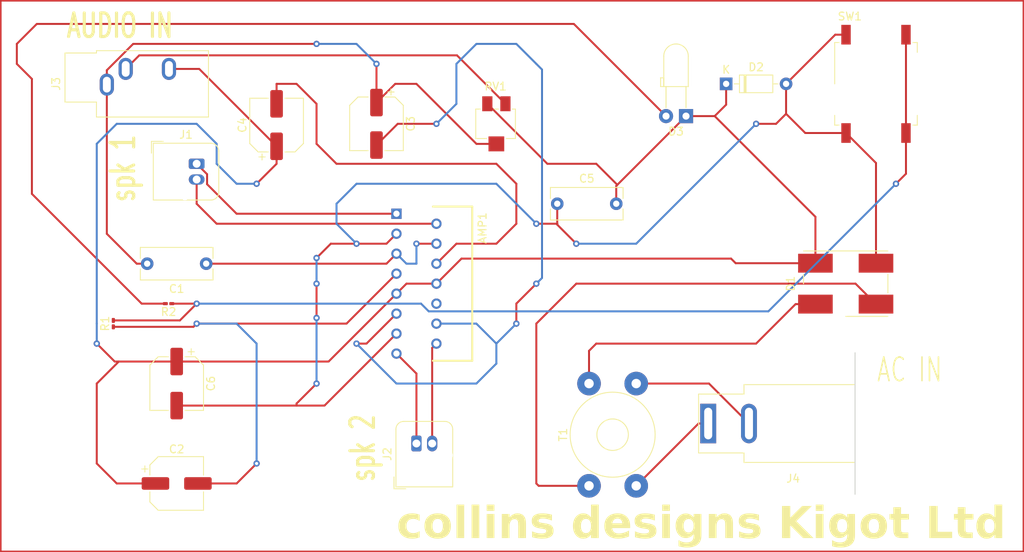
<source format=kicad_pcb>
(kicad_pcb (version 20221018) (generator pcbnew)
  (layers (0 "F.Cu" power) (31 "B.Cu" signal) (34 "B.Paste" user) (35 "F.Paste" user) (36 "B.SilkS" user "B.Silkscreen") (37 "F.SilkS" user "F.Silkscreen") (38 "B.Mask" user) (39 "F.Mask" user) (44 "Edge.Cuts" user))
  (net 0 "")
  (net 1 "Net-(T1-AA)")
  (net 2 "Net-(T1-AB)")
  (net 3 "Net-(D1--)")
  (net 4 "Net-(D1-+)")
  (net 5 "Net-(AMP1-OUT1)")
  (net 6 "key")
  (net 7 "Net-(AMP1-IN1)")
  (net 8 "Net-(AMP1-STANDBY)")
  (net 9 "GND")
  (net 10 "Net-(AMP1-IN3)")
  (net 11 "Net-(AMP1-OUT3)")
  (net 12 "Net-(AMP1-OUT2)")
  (net 13 "Net-(AMP1-SVR)")
  (net 15 "Net-(AMP1-OUT4)")
  (net 16 "Net-(R1-Pad2)")
  (net 17 "Net-(D3-A)")
  (net 18 "Net-(J3-PadT)")
  (net 19 "Net-(C1-Pad2)")
  (footprint "Potentiometer_SMD:Potentiometer_Bourns_3214X_Vertical" (layer "F.Cu") (at 127 40.64)
    (fp_text reference "RV1" (at -0.1 -4.75) (layer "F.SilkS"))
    (fp_text value "10K")
    (fp_line (start -2.62 -1.87) (end -2.62 1.87) (stroke (width 0.12)) (layer "F.SilkS"))
    (fp_line (start -2.62 -1.87) (end -2.039 -1.87) (stroke (width 0.12)) (layer "F.SilkS"))
    (fp_line (start -2.62 1.87) (end -1.24 1.87) (stroke (width 0.12)) (layer "F.SilkS"))
    (fp_line (start -0.26 -1.87) (end 0.26 -1.87) (stroke (width 0.12)) (layer "F.SilkS"))
    (fp_line (start 1.24 1.87) (end 2.42 1.87) (stroke (width 0.12)) (layer "F.SilkS"))
    (fp_line (start 2.04 -1.87) (end 2.42 -1.87) (stroke (width 0.12)) (layer "F.SilkS"))
    (fp_line (start 2.42 -1.87) (end 2.42 1.87) (stroke (width 0.12)) (layer "F.SilkS"))
    (pad "1" smd rect (at 1.15 -2.55) (size 1.3 1.9) (layers "F.Cu" "F.Paste" "F.Mask") (net 18 "Net-(J3-PadT)"))
    (pad "2" smd rect (at 0 2.55) (size 2 1.9) (layers "F.Cu" "F.Paste" "F.Mask") (net 19 "Net-(C1-Pad2)"))
    (pad "3" smd rect (at -1.15 -2.55) (size 1.3 1.9) (layers "F.Cu" "F.Paste" "F.Mask") (net 9 "GND"))
  )
  (footprint "Capacitor_THT:C_Rect_L9.0mm_W3.9mm_P7.50mm_MKT" (layer "F.Cu") (at 134.74 50.8)
    (fp_text reference "C5" (at 3.75 -3.2) (layer "F.SilkS"))
    (fp_text value "10nF")
    (fp_line (start -0.87 -2.07) (end -0.87 -0.665) (stroke (width 0.12)) (layer "F.SilkS"))
    (fp_line (start -0.87 -2.07) (end 8.37 -2.07) (stroke (width 0.12)) (layer "F.SilkS"))
    (fp_line (start -0.87 0.665) (end -0.87 2.07) (stroke (width 0.12)) (layer "F.SilkS"))
    (fp_line (start -0.87 2.07) (end 8.37 2.07) (stroke (width 0.12)) (layer "F.SilkS"))
    (fp_line (start 8.37 -2.07) (end 8.37 -0.665) (stroke (width 0.12)) (layer "F.SilkS"))
    (fp_line (start 8.37 0.665) (end 8.37 2.07) (stroke (width 0.12)) (layer "F.SilkS"))
    (pad "1" thru_hole circle (at 0 0) (size 1.6 1.6) (drill 0.8) (layers "*.Cu" "*.Mask") (net 6 "key"))
    (pad "2" thru_hole circle (at 7.5 0) (size 1.6 1.6) (drill 0.8) (layers "*.Cu" "*.Mask") (net 9 "GND"))
  )
  (footprint "Capacitor_SMD:CP_Elec_6.3x4.5" (layer "F.Cu") (at 86.36 86.36)
    (fp_text reference "C2" (at 0 -4.35) (layer "F.SilkS"))
    (fp_text value "10nF")
    (fp_line (start -4.4375 -1.8475) (end -3.65 -1.8475) (stroke (width 0.12)) (layer "F.SilkS"))
    (fp_line (start -4.04375 -2.24125) (end -4.04375 -1.45375) (stroke (width 0.12)) (layer "F.SilkS"))
    (fp_line (start -3.41 -2.345563) (end -3.41 -1.06) (stroke (width 0.12)) (layer "F.SilkS"))
    (fp_line (start -3.41 -2.345563) (end -2.345563 -3.41) (stroke (width 0.12)) (layer "F.SilkS"))
    (fp_line (start -3.41 2.345563) (end -3.41 1.06) (stroke (width 0.12)) (layer "F.SilkS"))
    (fp_line (start -3.41 2.345563) (end -2.345563 3.41) (stroke (width 0.12)) (layer "F.SilkS"))
    (fp_line (start -2.345563 -3.41) (end 3.41 -3.41) (stroke (width 0.12)) (layer "F.SilkS"))
    (fp_line (start -2.345563 3.41) (end 3.41 3.41) (stroke (width 0.12)) (layer "F.SilkS"))
    (fp_line (start 3.41 -3.41) (end 3.41 -1.06) (stroke (width 0.12)) (layer "F.SilkS"))
    (fp_line (start 3.41 3.41) (end 3.41 1.06) (stroke (width 0.12)) (layer "F.SilkS"))
    (pad "1" smd roundrect (at -2.7 0) (size 3.5 1.6) (layers "F.Cu" "F.Paste" "F.Mask") (roundrect_rratio 0.15625) (net 9 "GND"))
    (pad "2" smd roundrect (at 2.7 0) (size 3.5 1.6) (layers "F.Cu" "F.Paste" "F.Mask") (roundrect_rratio 0.15625) (net 8 "Net-(AMP1-STANDBY)"))
  )
  (footprint "LED_THT:LED_D3.0mm_Horizontal_O3.81mm_Z6.0mm" (layer "F.Cu") (at 151.11 39.66 180)
    (fp_text reference "D3" (at 1.27 -1.96) (layer "F.SilkS"))
    (fp_text value "LED")
    (fp_line (start -0.29 3.75) (end -0.29 7.61) (stroke (width 0.12)) (layer "F.SilkS"))
    (fp_line (start -0.29 3.75) (end 2.83 3.75) (stroke (width 0.12)) (layer "F.SilkS"))
    (fp_line (start 0 1.08) (end 0 1.08) (stroke (width 0.12)) (layer "F.SilkS"))
    (fp_line (start 0 1.08) (end 0 3.75) (stroke (width 0.12)) (layer "F.SilkS"))
    (fp_line (start 0 3.75) (end 0 1.08) (stroke (width 0.12)) (layer "F.SilkS"))
    (fp_line (start 0 3.75) (end 0 3.75) (stroke (width 0.12)) (layer "F.SilkS"))
    (fp_line (start 2.54 1.08) (end 2.54 1.08) (stroke (width 0.12)) (layer "F.SilkS"))
    (fp_line (start 2.54 1.08) (end 2.54 3.75) (stroke (width 0.12)) (layer "F.SilkS"))
    (fp_line (start 2.54 3.75) (end 2.54 1.08) (stroke (width 0.12)) (layer "F.SilkS"))
    (fp_line (start 2.54 3.75) (end 2.54 3.75) (stroke (width 0.12)) (layer "F.SilkS"))
    (fp_line (start 2.83 3.75) (end 2.83 7.61) (stroke (width 0.12)) (layer "F.SilkS"))
    (fp_line (start 2.83 3.75) (end 3.23 3.75) (stroke (width 0.12)) (layer "F.SilkS"))
    (fp_line (start 2.83 4.87) (end 2.83 3.75) (stroke (width 0.12)) (layer "F.SilkS"))
    (fp_line (start 3.23 3.75) (end 3.23 4.87) (stroke (width 0.12)) (layer "F.SilkS"))
    (fp_line (start 3.23 4.87) (end 2.83 4.87) (stroke (width 0.12)) (layer "F.SilkS"))
    (fp_arc (start 2.83 7.61) (mid 1.27 9.17) (end -0.29 7.61) (stroke (width 0.12)) (layer "F.SilkS"))
    (pad "1" thru_hole rect (at 0 0 180) (size 1.8 1.8) (drill 0.9) (layers "*.Cu" "*.Mask") (net 9 "GND"))
    (pad "2" thru_hole circle (at 2.54 0 180) (size 1.8 1.8) (drill 0.9) (layers "*.Cu" "*.Mask") (net 17 "Net-(D3-A)"))
  )
  (footprint "Button_Switch_SMD:SW_MEC_5GSH9" (layer "F.Cu") (at 175.26 35.56)
    (fp_text reference "SW1" (at -3.325 -8.575 180) (layer "F.SilkS"))
    (fp_text value "SW_MEC_5G")
    (fp_line (start -5.25 -5.25) (end -5.25 0) (stroke (width 0.12)) (layer "F.SilkS"))
    (fp_line (start -5.25 5.25) (end -5.25 4) (stroke (width 0.12)) (layer "F.SilkS"))
    (fp_line (start -4.7 -5.25) (end -5.25 -5.25) (stroke (width 0.12)) (layer "F.SilkS"))
    (fp_line (start -4.7 5.25) (end -5.25 5.25) (stroke (width 0.12)) (layer "F.SilkS"))
    (fp_line (start 4.7 -5.25) (end 5.25 -5.25) (stroke (width 0.12)) (layer "F.SilkS"))
    (fp_line (start 4.7 5.25) (end 5.25 5.25) (stroke (width 0.12)) (layer "F.SilkS"))
    (fp_line (start 5.25 -5.25) (end 5.25 -4) (stroke (width 0.12)) (layer "F.SilkS"))
    (fp_line (start 5.25 5.25) (end 5.25 4) (stroke (width 0.12)) (layer "F.SilkS"))
    (pad "1" smd rect (at -3.81 -6.25 90) (size 2.5 1.2) (layers "F.Cu" "F.Paste" "F.Mask") (net 6 "key"))
    (pad "2" smd rect (at -3.81 6.25 90) (size 2.5 1.2) (layers "F.Cu" "F.Paste" "F.Mask") (net 6 "key"))
    (pad "3" smd rect (at 3.81 -6.25 90) (size 2.5 1.2) (layers "F.Cu" "F.Paste" "F.Mask") (net 16 "Net-(R1-Pad2)"))
    (pad "4" smd rect (at 3.81 6.25 90) (size 2.5 1.2) (layers "F.Cu" "F.Paste" "F.Mask") (net 16 "Net-(R1-Pad2)"))
  )
  (footprint "Diode_SMD:Diode_Bridge_Bourns_CD-DF4xxS" (layer "F.Cu") (at 171.41 60.96 90)
    (fp_text reference "D1" (at 0 -7 90) (layer "F.SilkS"))
    (fp_text value "D_Bridge_+-AA")
    (fp_line (start -4.16 0) (end -4.16 5.36) (stroke (width 0.12)) (layer "F.SilkS"))
    (fp_line (start -1.2 5.36) (end 1.2 5.36) (stroke (width 0.12)) (layer "F.SilkS"))
    (fp_line (start 0 -5.36) (end 1.2 -5.36) (stroke (width 0.12)) (layer "F.SilkS"))
    (fp_line (start 4.16 -5.36) (end 4.16 5.36) (stroke (width 0.12)) (layer "F.SilkS"))
    (pad "1" smd rect (at -2.6 -3.85 90) (size 2.4 4.4) (layers "F.Cu" "F.Paste" "F.Mask") (net 4 "Net-(D1-+)"))
    (pad "2" smd rect (at -2.6 3.85 90) (size 2.4 4.4) (layers "F.Cu" "F.Paste" "F.Mask") (net 3 "Net-(D1--)"))
    (pad "3" smd rect (at 2.6 3.85 90) (size 2.4 4.4) (layers "F.Cu" "F.Paste" "F.Mask") (net 6 "key"))
    (pad "4" smd rect (at 2.6 -3.85 90) (size 2.4 4.4) (layers "F.Cu" "F.Paste" "F.Mask") (net 9 "GND"))
  )
  (footprint "Connector_JST:JST_JWPF_B02B-JWPF-SK-R_1x02_P2.00mm_Vertical" (layer "F.Cu") (at 116.84 81.28 90)
    (fp_text reference "J2" (at -1.35 -3.7 90) (layer "F.SilkS"))
    (fp_text value "Screw_Terminal_01x02")
    (fp_line (start -5.75 -2.85) (end -4.25 -2.85) (stroke (width 0.12)) (layer "F.SilkS"))
    (fp_line (start -5.75 -1.35) (end -5.75 -2.85) (stroke (width 0.12)) (layer "F.SilkS"))
    (fp_line (start -5.51 -2.61) (end -5.51 4.61) (stroke (width 0.12)) (layer "F.SilkS"))
    (fp_line (start -5.51 4.61) (end 1.81 4.61) (stroke (width 0.12)) (layer "F.SilkS"))
    (fp_line (start 1.81 -2.61) (end -5.51 -2.61) (stroke (width 0.12)) (layer "F.SilkS"))
    (fp_line (start 2.81 -1.61) (end 2.81 3.61) (stroke (width 0.12)) (layer "F.SilkS"))
    (fp_arc (start 1.81 -2.61) (mid 2.517107 -2.317107) (end 2.81 -1.61) (stroke (width 0.12)) (layer "F.SilkS"))
    (fp_arc (start 2.81 3.61) (mid 2.517107 4.317107) (end 1.81 4.61) (stroke (width 0.12)) (layer "F.SilkS"))
    (pad "" np_thru_hole circle (at -1.5 4.05 90) (size 1.15 1.15) (drill 1.15) (layers "*.Cu" "*.Mask"))
    (pad "1" thru_hole roundrect (at 0 0 90) (size 2 1.3) (drill 1) (layers "*.Cu" "*.Mask") (roundrect_rratio 0.1923076923) (net 11 "Net-(AMP1-OUT3)"))
    (pad "2" thru_hole oval (at 0 2 90) (size 2 1.3) (drill 1) (layers "*.Cu" "*.Mask") (net 15 "Net-(AMP1-OUT4)"))
  )
  (footprint "Resistor_SMD:R_0201_0603Metric_Pad0.64x0.40mm_HandSolder" (layer "F.Cu") (at 78.3075 66.04 90)
    (fp_text reference "R1" (at 0 -1.05 90) (layer "F.SilkS"))
    (fp_text value "10K")
    (pad "1" smd roundrect (at -0.4075 0 90) (size 0.635 0.4) (layers "F.Cu" "F.Mask") (net 8 "Net-(AMP1-STANDBY)"))
    (pad "2" smd roundrect (at 0.4075 0 90) (size 0.635 0.4) (layers "F.Cu" "F.Mask") (net 16 "Net-(R1-Pad2)"))
  )
  (footprint "Diode_THT:D_DO-35_SOD27_P7.62mm_Horizontal" (layer "F.Cu") (at 156.21 35.56)
    (fp_text reference "D2" (at 3.81 -2.12) (layer "F.SilkS"))
    (fp_text value "1N914")
    (fp_text user "K" (at 0 -1.8) (layer "F.SilkS"))
    (fp_line (start 1.04 0) (end 1.69 0) (stroke (width 0.12)) (layer "F.SilkS"))
    (fp_line (start 1.69 -1.12) (end 1.69 1.12) (stroke (width 0.12)) (layer "F.SilkS"))
    (fp_line (start 1.69 1.12) (end 5.93 1.12) (stroke (width 0.12)) (layer "F.SilkS"))
    (fp_line (start 2.29 -1.12) (end 2.29 1.12) (stroke (width 0.12)) (layer "F.SilkS"))
    (fp_line (start 2.41 -1.12) (end 2.41 1.12) (stroke (width 0.12)) (layer "F.SilkS"))
    (fp_line (start 2.53 -1.12) (end 2.53 1.12) (stroke (width 0.12)) (layer "F.SilkS"))
    (fp_line (start 5.93 -1.12) (end 1.69 -1.12) (stroke (width 0.12)) (layer "F.SilkS"))
    (fp_line (start 5.93 1.12) (end 5.93 -1.12) (stroke (width 0.12)) (layer "F.SilkS"))
    (fp_line (start 6.58 0) (end 5.93 0) (stroke (width 0.12)) (layer "F.SilkS"))
    (pad "1" thru_hole rect (at 0 0) (size 1.6 1.6) (drill 0.8) (layers "*.Cu" "*.Mask") (net 9 "GND"))
    (pad "2" thru_hole oval (at 7.62 0) (size 1.6 1.6) (drill 0.8) (layers "*.Cu" "*.Mask") (net 6 "key"))
  )
  (footprint "Connector_Audio:Jack_3.5mm_CUI_SJ1-3533NG_Horizontal" (layer "F.Cu") (at 77.48 35.66 90)
    (fp_text reference "J3" (at 0.1 -6.45 90) (layer "F.SilkS"))
    (fp_text value "AudioJack2_Ground")
    (fp_line (start -4.12 -1.32) (end -2.22 -1.32) (stroke (width 0.12)) (layer "F.SilkS"))
    (fp_line (start -4.12 12.92) (end -4.12 -1.32) (stroke (width 0.12)) (layer "F.SilkS"))
    (fp_line (start -2.22 -5.32) (end 4.02 -5.32) (stroke (width 0.12)) (layer "F.SilkS"))
    (fp_line (start -2.22 -1.32) (end -2.22 -5.32) (stroke (width 0.12)) (layer "F.SilkS"))
    (fp_line (start 4.02 -5.32) (end 4.02 -1.32) (stroke (width 0.12)) (layer "F.SilkS"))
    (fp_line (start 4.02 -1.32) (end 4.32 -1.32) (stroke (width 0.12)) (layer "F.SilkS"))
    (fp_line (start 4.32 -1.32) (end 4.32 12.92) (stroke (width 0.12)) (layer "F.SilkS"))
    (fp_line (start 4.32 12.92) (end -4.12 12.92) (stroke (width 0.12)) (layer "F.SilkS"))
    (pad "R" thru_hole oval (at 2 7.9 90) (size 2.8 1.8) (drill oval 2 1) (layers "*.Cu" "*.Mask") (net 9 "GND"))
    (pad "S" thru_hole oval (at 0 0 90) (size 2.8 1.8) (drill oval 2 1) (layers "*.Cu" "*.Mask") (net 19 "Net-(C1-Pad2)"))
    (pad "T" thru_hole oval (at 2 2.4 90) (size 2.8 1.8) (drill oval 2 1) (layers "*.Cu" "*.Mask") (net 18 "Net-(J3-PadT)"))
  )
  (footprint "Connector_JST:JST_JWPF_B02B-JWPF-SK-R_1x02_P2.00mm_Vertical" (layer "F.Cu") (at 88.9 45.72)
    (fp_text reference "J1" (at -1.35 -3.7) (layer "F.SilkS"))
    (fp_text value "Screw_Terminal_01x02")
    (fp_line (start -5.75 -2.85) (end -4.25 -2.85) (stroke (width 0.12)) (layer "F.SilkS"))
    (fp_line (start -5.75 -1.35) (end -5.75 -2.85) (stroke (width 0.12)) (layer "F.SilkS"))
    (fp_line (start -5.51 -2.61) (end -5.51 4.61) (stroke (width 0.12)) (layer "F.SilkS"))
    (fp_line (start -5.51 4.61) (end 1.81 4.61) (stroke (width 0.12)) (layer "F.SilkS"))
    (fp_line (start 1.81 -2.61) (end -5.51 -2.61) (stroke (width 0.12)) (layer "F.SilkS"))
    (fp_line (start 2.81 -1.61) (end 2.81 3.61) (stroke (width 0.12)) (layer "F.SilkS"))
    (fp_arc (start 1.81 -2.61) (mid 2.517107 -2.317107) (end 2.81 -1.61) (stroke (width 0.12)) (layer "F.SilkS"))
    (fp_arc (start 2.81 3.61) (mid 2.517107 4.317107) (end 1.81 4.61) (stroke (width 0.12)) (layer "F.SilkS"))
    (pad "" np_thru_hole circle (at -1.5 4.05) (size 1.15 1.15) (drill 1.15) (layers "*.Cu" "*.Mask"))
    (pad "1" thru_hole roundrect (at 0 0) (size 2 1.3) (drill 1) (layers "*.Cu" "*.Mask") (roundrect_rratio 0.1923076923) (net 5 "Net-(AMP1-OUT1)"))
    (pad "2" thru_hole oval (at 0 2) (size 2 1.3) (drill 1) (layers "*.Cu" "*.Mask") (net 12 "Net-(AMP1-OUT2)"))
  )
  (footprint "Capacitor_THT:C_Rect_L9.0mm_W3.9mm_P7.50mm_MKT" (layer "F.Cu") (at 90.11 58.42 180)
    (fp_text reference "C1" (at 3.75 -3.2) (layer "F.SilkS"))
    (fp_text value "50nF")
    (fp_line (start -0.87 -2.07) (end -0.87 -0.665) (stroke (width 0.12)) (layer "F.SilkS"))
    (fp_line (start -0.87 -2.07) (end 8.37 -2.07) (stroke (width 0.12)) (layer "F.SilkS"))
    (fp_line (start -0.87 0.665) (end -0.87 2.07) (stroke (width 0.12)) (layer "F.SilkS"))
    (fp_line (start -0.87 2.07) (end 8.37 2.07) (stroke (width 0.12)) (layer "F.SilkS"))
    (fp_line (start 8.37 -2.07) (end 8.37 -0.665) (stroke (width 0.12)) (layer "F.SilkS"))
    (fp_line (start 8.37 0.665) (end 8.37 2.07) (stroke (width 0.12)) (layer "F.SilkS"))
    (pad "1" thru_hole circle (at 0 0 180) (size 1.6 1.6) (drill 0.8) (layers "*.Cu" "*.Mask") (net 7 "Net-(AMP1-IN1)"))
    (pad "2" thru_hole circle (at 7.5 0 180) (size 1.6 1.6) (drill 0.8) (layers "*.Cu" "*.Mask") (net 19 "Net-(C1-Pad2)"))
  )
  (footprint "Capacitor_SMD:CP_Elec_6.3x4.5" (layer "F.Cu") (at 111.76 40.64 -90)
    (fp_text reference "C3" (at 0 -4.35 90) (layer "F.SilkS"))
    (fp_text value "50nF")
    (fp_line (start -4.4375 -1.8475) (end -3.65 -1.8475) (stroke (width 0.12)) (layer "F.SilkS"))
    (fp_line (start -4.04375 -2.24125) (end -4.04375 -1.45375) (stroke (width 0.12)) (layer "F.SilkS"))
    (fp_line (start -3.41 -2.345563) (end -3.41 -1.06) (stroke (width 0.12)) (layer "F.SilkS"))
    (fp_line (start -3.41 -2.345563) (end -2.345563 -3.41) (stroke (width 0.12)) (layer "F.SilkS"))
    (fp_line (start -3.41 2.345563) (end -3.41 1.06) (stroke (width 0.12)) (layer "F.SilkS"))
    (fp_line (start -3.41 2.345563) (end -2.345563 3.41) (stroke (width 0.12)) (layer "F.SilkS"))
    (fp_line (start -2.345563 -3.41) (end 3.41 -3.41) (stroke (width 0.12)) (layer "F.SilkS"))
    (fp_line (start -2.345563 3.41) (end 3.41 3.41) (stroke (width 0.12)) (layer "F.SilkS"))
    (fp_line (start 3.41 -3.41) (end 3.41 -1.06) (stroke (width 0.12)) (layer "F.SilkS"))
    (fp_line (start 3.41 3.41) (end 3.41 1.06) (stroke (width 0.12)) (layer "F.SilkS"))
    (pad "1" smd roundrect (at -2.7 0 270) (size 3.5 1.6) (layers "F.Cu" "F.Paste" "F.Mask") (roundrect_rratio 0.15625) (net 19 "Net-(C1-Pad2)"))
    (pad "2" smd roundrect (at 2.7 0 270) (size 3.5 1.6) (layers "F.Cu" "F.Paste" "F.Mask") (roundrect_rratio 0.15625) (net 10 "Net-(AMP1-IN3)"))
  )
  (footprint "Connector_BarrelJack:BarrelJack_SwitchcraftConxall_RAPC10U_Horizontal" (layer "F.Cu") (at 153.93 78.74 180)
    (fp_text reference "J4" (at -10.8 -7) (layer "F.SilkS"))
    (fp_text value "Jack-DC")
    (fp_line (start -18.55 4.945) (end -4.55 4.945) (stroke (width 0.12)) (layer "F.SilkS"))
    (fp_line (start -4.55 -4.945) (end -18.55 -4.945) (stroke (width 0.12)) (layer "F.SilkS"))
    (fp_line (start -4.55 -3.74) (end -4.55 -4.945) (stroke (width 0.12)) (layer "F.SilkS"))
    (fp_line (start -4.55 3.74) (end 1.22 3.74) (stroke (width 0.12)) (layer "F.SilkS"))
    (fp_line (start -4.55 4.945) (end -4.55 3.74) (stroke (width 0.12)) (layer "F.SilkS"))
    (fp_line (start 1.22 -3.74) (end -4.55 -3.74) (stroke (width 0.12)) (layer "F.SilkS"))
    (fp_line (start 1.22 3.74) (end 1.22 -3.74) (stroke (width 0.12)) (layer "F.SilkS"))
    (fp_line (start -18.67 -9) (end -18.67 9) (stroke (width 0.12)) (layer "Edge.Cuts"))
    (pad "1" thru_hole rect (at 0 0 180) (size 2.02 5.02) (drill oval 1.02 4.02) (layers "*.Cu" "*.Mask") (net 1 "Net-(T1-AA)"))
    (pad "2" thru_hole oval (at -5.18 0 180) (size 2.02 5.02) (drill oval 1.02 4.02) (layers "*.Cu" "*.Mask") (net 2 "Net-(T1-AB)"))
  )
  (footprint "Capacitor_SMD:CP_Elec_6.3x5.4" (layer "F.Cu") (at 86.36 73.66 -90)
    (fp_text reference "C6" (at 0 -4.35 90) (layer "F.SilkS"))
    (fp_text value "1000uF")
    (fp_line (start -4.4375 -1.8475) (end -3.65 -1.8475) (stroke (width 0.12)) (layer "F.SilkS"))
    (fp_line (start -4.04375 -2.24125) (end -4.04375 -1.45375) (stroke (width 0.12)) (layer "F.SilkS"))
    (fp_line (start -3.41 -2.345563) (end -3.41 -1.06) (stroke (width 0.12)) (layer "F.SilkS"))
    (fp_line (start -3.41 -2.345563) (end -2.345563 -3.41) (stroke (width 0.12)) (layer "F.SilkS"))
    (fp_line (start -3.41 2.345563) (end -3.41 1.06) (stroke (width 0.12)) (layer "F.SilkS"))
    (fp_line (start -3.41 2.345563) (end -2.345563 3.41) (stroke (width 0.12)) (layer "F.SilkS"))
    (fp_line (start -2.345563 -3.41) (end 3.41 -3.41) (stroke (width 0.12)) (layer "F.SilkS"))
    (fp_line (start -2.345563 3.41) (end 3.41 3.41) (stroke (width 0.12)) (layer "F.SilkS"))
    (fp_line (start 3.41 -3.41) (end 3.41 -1.06) (stroke (width 0.12)) (layer "F.SilkS"))
    (fp_line (start 3.41 3.41) (end 3.41 1.06) (stroke (width 0.12)) (layer "F.SilkS"))
    (pad "1" smd roundrect (at -2.8 0 270) (size 3.5 1.6) (layers "F.Cu" "F.Paste" "F.Mask") (roundrect_rratio 0.15625) (net 9 "GND"))
    (pad "2" smd roundrect (at 2.8 0 270) (size 3.5 1.6) (layers "F.Cu" "F.Paste" "F.Mask") (roundrect_rratio 0.15625) (net 6 "key"))
  )
  (footprint "TDA7377_2:AMP_TDA7377" (layer "F.Cu") (at 116.84 60.96 -90)
    (fp_text reference "AMP1" (at -7.078925 -8.389665 90) (layer "F.SilkS") (effects (font (size 1.000559 1.000559))))
    (fp_text value "TDA7377")
    (fp_line (start -9.8 -7.09) (end -9.8 -2.09) (stroke (width 0.254)) (layer "F.SilkS"))
    (fp_line (start 9.8 -7.09) (end -9.8 -7.09) (stroke (width 0.254)) (layer "F.SilkS"))
    (fp_line (start 9.8 -2.09) (end 9.8 -7.09) (stroke (width 0.254)) (layer "F.SilkS"))
    (pad "1" thru_hole rect (at -8.89 2.54 270) (size 1.308 1.308) (drill 0.8) (layers "*.Cu" "*.Mask") (net 5 "Net-(AMP1-OUT1)"))
    (pad "2" thru_hole circle (at -7.62 -2.54 270) (size 1.308 1.308) (drill 0.8) (layers "*.Cu" "*.Mask") (net 12 "Net-(AMP1-OUT2)"))
    (pad "3" thru_hole circle (at -6.35 2.54 270) (size 1.308 1.308) (drill 0.8) (layers "*.Cu" "*.Mask") (net 6 "key"))
    (pad "4" thru_hole circle (at -5.08 -2.54 270) (size 1.308 1.308) (drill 0.8) (layers "*.Cu" "*.Mask") (net 7 "Net-(AMP1-IN1)"))
    (pad "5" thru_hole circle (at -3.81 2.54 270) (size 1.308 1.308) (drill 0.8) (layers "*.Cu" "*.Mask") (net 7 "Net-(AMP1-IN1)"))
    (pad "6" thru_hole circle (at -2.54 -2.54 270) (size 1.308 1.308) (drill 0.8) (layers "*.Cu" "*.Mask") (net 13 "Net-(AMP1-SVR)"))
    (pad "7" thru_hole circle (at -1.27 2.54 270) (size 1.308 1.308) (drill 0.8) (layers "*.Cu" "*.Mask") (net 8 "Net-(AMP1-STANDBY)"))
    (pad "8" thru_hole circle (at 0 -2.54 270) (size 1.308 1.308) (drill 0.8) (layers "*.Cu" "*.Mask") (net 9 "GND"))
    (pad "9" thru_hole circle (at 1.27 2.54 270) (size 1.308 1.308) (drill 0.8) (layers "*.Cu" "*.Mask") (net 9 "GND"))
    (pad "10" thru_hole circle (at 2.54 -2.54 270) (size 1.308 1.308) (drill 0.8) (layers "*.Cu" "*.Mask"))
    (pad "11" thru_hole circle (at 3.81 2.54 270) (size 1.308 1.308) (drill 0.8) (layers "*.Cu" "*.Mask") (net 10 "Net-(AMP1-IN3)"))
    (pad "12" thru_hole circle (at 5.08 -2.54 270) (size 1.308 1.308) (drill 0.8) (layers "*.Cu" "*.Mask") (net 10 "Net-(AMP1-IN3)"))
    (pad "13" thru_hole circle (at 6.35 2.54 270) (size 1.308 1.308) (drill 0.8) (layers "*.Cu" "*.Mask") (net 6 "key"))
    (pad "14" thru_hole circle (at 7.62 -2.54 270) (size 1.308 1.308) (drill 0.8) (layers "*.Cu" "*.Mask") (net 15 "Net-(AMP1-OUT4)"))
    (pad "15" thru_hole circle (at 8.89 2.54 270) (size 1.308 1.308) (drill 0.8) (layers "*.Cu" "*.Mask") (net 11 "Net-(AMP1-OUT3)"))
  )
  (footprint "Capacitor_SMD:CP_Elec_6.3x4.5" (layer "F.Cu") (at 99.06 40.8 90)
    (fp_text reference "C4" (at 0 -4.35 90) (layer "F.SilkS"))
    (fp_text value "47nF")
    (fp_line (start -4.4375 -1.8475) (end -3.65 -1.8475) (stroke (width 0.12)) (layer "F.SilkS"))
    (fp_line (start -4.04375 -2.24125) (end -4.04375 -1.45375) (stroke (width 0.12)) (layer "F.SilkS"))
    (fp_line (start -3.41 -2.345563) (end -3.41 -1.06) (stroke (width 0.12)) (layer "F.SilkS"))
    (fp_line (start -3.41 -2.345563) (end -2.345563 -3.41) (stroke (width 0.12)) (layer "F.SilkS"))
    (fp_line (start -3.41 2.345563) (end -3.41 1.06) (stroke (width 0.12)) (layer "F.SilkS"))
    (fp_line (start -3.41 2.345563) (end -2.345563 3.41) (stroke (width 0.12)) (layer "F.SilkS"))
    (fp_line (start -2.345563 -3.41) (end 3.41 -3.41) (stroke (width 0.12)) (layer "F.SilkS"))
    (fp_line (start -2.345563 3.41) (end 3.41 3.41) (stroke (width 0.12)) (layer "F.SilkS"))
    (fp_line (start 3.41 -3.41) (end 3.41 -1.06) (stroke (width 0.12)) (layer "F.SilkS"))
    (fp_line (start 3.41 3.41) (end 3.41 1.06) (stroke (width 0.12)) (layer "F.SilkS"))
    (pad "1" smd roundrect (at -2.7 0 90) (size 3.5 1.6) (layers "F.Cu" "F.Paste" "F.Mask") (roundrect_rratio 0.15625) (net 9 "GND"))
    (pad "2" smd roundrect (at 2.7 0 90) (size 3.5 1.6) (layers "F.Cu" "F.Paste" "F.Mask") (roundrect_rratio 0.15625) (net 13 "Net-(AMP1-SVR)"))
  )
  (footprint "Transformer_THT:Transformer_Toroid_Horizontal_D10.5mm_Amidon-T37" (layer "F.Cu") (at 144.78 86.66 90)
    (fp_text reference "T1" (at 6.5 -9.3 90) (layer "F.SilkS"))
    (fp_text value "12V")
    (fp_circle (center 6.5 -3) (end 8.5 -2.9) (stroke (width 0.12)) (fill none) (layer "F.SilkS"))
    (fp_circle (center 6.5 -3) (end 11.9 -2.8) (stroke (width 0.12)) (fill none) (layer "F.SilkS"))
    (pad "1" thru_hole circle (at 0 0 90) (size 3 3) (drill 1.2) (layers "*.Cu" "*.Mask") (net 1 "Net-(T1-AA)"))
    (pad "2" thru_hole circle (at 13 0 90) (size 3 3) (drill 1.2) (layers "*.Cu" "*.Mask") (net 2 "Net-(T1-AB)"))
    (pad "3" thru_hole circle (at 0 -6 90) (size 3 3) (drill 1.2) (layers "*.Cu" "*.Mask") (net 3 "Net-(D1--)"))
    (pad "4" thru_hole circle (at 13 -6 90) (size 3 3) (drill 1.2) (layers "*.Cu" "*.Mask") (net 4 "Net-(D1-+)"))
  )
  (footprint "Resistor_SMD:R_0201_0603Metric_Pad0.64x0.40mm_HandSolder" (layer "F.Cu") (at 85.3275 63.5 180)
    (fp_text reference "R2" (at 0 -1.05) (layer "F.SilkS"))
    (fp_text value "10K")
    (pad "1" smd roundrect (at -0.4075 0 180) (size 0.635 0.4) (layers "F.Cu" "F.Mask") (net 16 "Net-(R1-Pad2)"))
    (pad "2" smd roundrect (at 0.4075 0 180) (size 0.635 0.4) (layers "F.Cu" "F.Mask") (net 17 "Net-(D3-A)"))
  )
  (gr_rect (start 64 25) (end 194 95) (stroke (width 0.2)) (fill none) (layer "F.Cu"))
  (gr_text "spk 2\n" (at 111.76 86.36 90) (layer "F.SilkS") (effects (font (size 3 2) (thickness 0.4) bold) (justify left bottom)))
  (gr_text "collins designs Kigot Ltd\n" (at 114.3 93.98) (layer "F.SilkS") (effects (font (size 4 4) (thickness 0.8) bold italic) (justify left bottom)))
  (gr_text "AUDIO IN\n\n" (at 72.16 34.76) (layer "F.SilkS") (effects (font (size 3 2) (thickness 0.4) bold) (justify left bottom)))
  (gr_text "AC IN" (at 175.26 73.66) (layer "F.SilkS") (effects (font (size 3 2) (thickness 0.2) bold) (justify left bottom)))
  (gr_text "spk 1" (at 81.28 50.8 90) (layer "F.SilkS") (effects (font (size 3 2) (thickness 0.4) bold) (justify left bottom)))
  (segment (start 152.7 78.74) (end 144.78 86.66) (width 0.25) (layer "F.Cu") (net 1))
  (segment (start 153.93 78.74) (end 152.7 78.74) (width 0.25) (layer "F.Cu") (net 1))
  (segment (start 154.03 73.66) (end 159.11 78.74) (width 0.25) (layer "F.Cu") (net 2))
  (segment (start 144.78 73.66) (end 154.03 73.66) (width 0.25) (layer "F.Cu") (net 2))
  (segment (start 132.08 66.04) (end 137.16 60.96) (width 0.25) (layer "F.Cu") (net 3))
  (segment (start 138.78 86.66) (end 132.38 86.66) (width 0.25) (layer "F.Cu") (net 3))
  (segment (start 132.38 86.66) (end 132.08 86.36) (width 0.25) (layer "F.Cu") (net 3))
  (segment (start 175.26 63.56) (end 172.66 60.96) (width 0.25) (layer "F.Cu") (net 3))
  (segment (start 172.66 60.96) (end 137.16 60.96) (width 0.25) (layer "F.Cu") (net 3))
  (segment (start 132.08 86.36) (end 132.08 66.04) (width 0.25) (layer "F.Cu") (net 3))
  (segment (start 138.78 69.5) (end 139.7 68.58) (width 0.25) (layer "F.Cu") (net 4))
  (segment (start 139.7 68.58) (end 160.02 68.58) (width 0.25) (layer "F.Cu") (net 4))
  (segment (start 167.56 63.56) (end 165.04 63.56) (width 0.25) (layer "F.Cu") (net 4))
  (segment (start 165.04 63.56) (end 160.02 68.58) (width 0.25) (layer "F.Cu") (net 4))
  (segment (start 138.78 73.66) (end 138.78 69.5) (width 0.25) (layer "F.Cu") (net 4))
  (segment (start 114.3 52.07) (end 93.98 52.07) (width 0.25) (layer "F.Cu") (net 5))
  (segment (start 88.9 45.72) (end 90.225 47.045) (width 0.25) (layer "F.Cu") (net 5))
  (segment (start 90.225 48.315) (end 93.98 52.07) (width 0.25) (layer "F.Cu") (net 5))
  (segment (start 90.225 47.045) (end 90.225 48.315) (width 0.25) (layer "F.Cu") (net 5))
  (segment (start 104.14 73.66) (end 101.6 76.2) (width 0.25) (layer "F.Cu") (net 6))
  (segment (start 105.15 76.46) (end 101.6 76.46) (width 0.25) (layer "F.Cu") (net 6))
  (segment (start 113.03 55.88) (end 109.22 55.88) (width 0.25) (layer "F.Cu") (net 6))
  (segment (start 163.83 39.37) (end 163.83 35.56) (width 0.25) (layer "F.Cu") (net 6))
  (segment (start 104.14 60.96) (end 104.14 65.315) (width 0.25) (layer "F.Cu") (net 6))
  (segment (start 166.27 41.81) (end 163.83 39.37) (width 0.25) (layer "F.Cu") (net 6))
  (segment (start 163.83 39.37) (end 162.56 40.64) (width 0.25) (layer "F.Cu") (net 6))
  (segment (start 170.08 29.31) (end 163.83 35.56) (width 0.25) (layer "F.Cu") (net 6))
  (segment (start 134.74 53.34) (end 134.74 50.8) (width 0.25) (layer "F.Cu") (net 6))
  (segment (start 134.74 53.46) (end 134.74 53.34) (width 0.25) (layer "F.Cu") (net 6))
  (segment (start 162.56 40.64) (end 160.02 40.64) (width 0.25) (layer "F.Cu") (net 6))
  (segment (start 132.08 53.34) (end 134.74 53.34) (width 0.25) (layer "F.Cu") (net 6))
  (segment (start 175.26 45.62) (end 171.45 41.81) (width 0.25) (layer "F.Cu") (net 6))
  (segment (start 171.45 41.81) (end 166.27 41.81) (width 0.25) (layer "F.Cu") (net 6))
  (segment (start 114.3 54.61) (end 113.03 55.88) (width 0.25) (layer "F.Cu") (net 6))
  (segment (start 137.16 55.88) (end 134.74 53.46) (width 0.25) (layer "F.Cu") (net 6))
  (segment (start 175.26 58.36) (end 175.26 45.62) (width 0.25) (layer "F.Cu") (net 6))
  (segment (start 105.955 55.88) (end 104.14 57.695) (width 0.25) (layer "F.Cu") (net 6))
  (segment (start 114.3 67.31) (end 105.15 76.46) (width 0.25) (layer "F.Cu") (net 6))
  (segment (start 101.6 76.2) (end 101.6 76.46) (width 0.25) (layer "F.Cu") (net 6))
  (segment (start 101.6 76.46) (end 86.36 76.46) (width 0.25) (layer "F.Cu") (net 6))
  (segment (start 171.45 29.31) (end 170.08 29.31) (width 0.25) (layer "F.Cu") (net 6))
  (segment (start 109.22 55.88) (end 105.955 55.88) (width 0.25) (layer "F.Cu") (net 6))
  (via (at 104.14 60.96) (size 0.8) (drill 0.4) (layers "F.Cu" "B.Cu") (net 6))
  (via (at 109.22 55.88) (size 0.8) (drill 0.4) (layers "F.Cu" "B.Cu") (net 6))
  (via (at 132.08 53.34) (size 0.8) (drill 0.4) (layers "F.Cu" "B.Cu") (net 6))
  (via (at 160.02 40.64) (size 0.8) (drill 0.4) (layers "F.Cu" "B.Cu") (net 6))
  (via (at 104.14 57.695) (size 0.8) (drill 0.4) (layers "F.Cu" "B.Cu") (net 6))
  (via (at 137.16 55.88) (size 0.8) (drill 0.4) (layers "F.Cu" "B.Cu") (net 6))
  (via (at 104.14 65.315) (size 0.8) (drill 0.4) (layers "F.Cu" "B.Cu") (net 6))
  (via (at 104.14 73.66) (size 0.8) (drill 0.4) (layers "F.Cu" "B.Cu") (net 6))
  (segment (start 160.02 40.64) (end 144.78 55.88) (width 0.25) (layer "B.Cu") (net 6))
  (segment (start 109.22 55.88) (end 106.68 53.34) (width 0.25) (layer "B.Cu") (net 6))
  (segment (start 106.68 53.34) (end 106.68 50.8) (width 0.25) (layer "B.Cu") (net 6))
  (segment (start 104.14 65.315) (end 104.14 73.66) (width 0.25) (layer "B.Cu") (net 6))
  (segment (start 106.68 50.8) (end 109.22 48.26) (width 0.25) (layer "B.Cu") (net 6))
  (segment (start 109.22 48.26) (end 127 48.26) (width 0.25) (layer "B.Cu") (net 6))
  (segment (start 104.14 57.695) (end 104.14 60.96) (width 0.25) (layer "B.Cu") (net 6))
  (segment (start 127 48.26) (end 132.08 53.34) (width 0.25) (layer "B.Cu") (net 6))
  (segment (start 144.78 55.88) (end 137.16 55.88) (width 0.25) (layer "B.Cu") (net 6))
  (segment (start 114.3 57.15) (end 113.03 58.42) (width 0.25) (layer "F.Cu") (net 7))
  (segment (start 113.03 58.42) (end 90.11 58.42) (width 0.25) (layer "F.Cu") (net 7))
  (segment (start 119.38 55.88) (end 116.84 55.88) (width 0.25) (layer "F.Cu") (net 7))
  (via (at 116.84 55.88) (size 0.8) (drill 0.4) (layers "F.Cu" "B.Cu") (net 7))
  (segment (start 115.57 58.42) (end 114.3 57.15) (width 0.25) (layer "B.Cu") (net 7))
  (segment (start 116.84 58.42) (end 115.57 58.42) (width 0.25) (layer "B.Cu") (net 7))
  (segment (start 116.84 55.88) (end 116.84 58.42) (width 0.25) (layer "B.Cu") (net 7))
  (segment (start 93.98 86.36) (end 96.52 83.82) (width 0.25) (layer "F.Cu") (net 8))
  (segment (start 107.95 66.04) (end 88.9 66.04) (width 0.25) (layer "F.Cu") (net 8))
  (segment (start 88.9 66.04) (end 88.4925 66.4475) (width 0.25) (layer "F.Cu") (net 8))
  (segment (start 88.4925 66.4475) (end 78.3075 66.4475) (width 0.25) (layer "F.Cu") (net 8))
  (segment (start 114.3 59.69) (end 107.95 66.04) (width 0.25) (layer "F.Cu") (net 8))
  (segment (start 89.06 86.36) (end 93.98 86.36) (width 0.25) (layer "F.Cu") (net 8))
  (via (at 96.52 83.82) (size 0.8) (drill 0.4) (layers "F.Cu" "B.Cu") (net 8))
  (via (at 88.9 66.04) (size 0.8) (drill 0.4) (layers "F.Cu" "B.Cu") (net 8))
  (segment (start 96.52 68.58) (end 93.98 66.04) (width 0.25) (layer "B.Cu") (net 8))
  (segment (start 96.52 83.82) (end 96.52 68.58) (width 0.25) (layer "B.Cu") (net 8))
  (segment (start 93.98 66.04) (end 88.9 66.04) (width 0.25) (layer "B.Cu") (net 8))
  (segment (start 78.48 70.86) (end 79 70.86) (width 0.25) (layer "F.Cu") (net 9))
  (segment (start 78.74 86.36) (end 76.2 83.82) (width 0.25) (layer "F.Cu") (net 9))
  (segment (start 79 70.86) (end 86.36 70.86) (width 0.25) (layer "F.Cu") (net 9))
  (segment (start 156.835305 57.775305) (end 157.42 58.36) (width 0.25) (layer "F.Cu") (net 9))
  (segment (start 85.38 33.66) (end 89.22 33.66) (width 0.25) (layer "F.Cu") (net 9))
  (segment (start 167.56 58.36) (end 167.56 52.463604) (width 0.25) (layer "F.Cu") (net 9))
  (segment (start 142.375 48.395) (end 151.11 39.66) (width 0.25) (layer "F.Cu") (net 9))
  (segment (start 142.24 48.53) (end 142.375 48.395) (width 0.25) (layer "F.Cu") (net 9))
  (segment (start 154.756396 39.66) (end 151.11 39.66) (width 0.25) (layer "F.Cu") (net 9))
  (segment (start 139.7 45.72) (end 142.375 48.395) (width 0.25) (layer "F.Cu") (net 9))
  (segment (start 76.2 68.58) (end 78.48 70.86) (width 0.25) (layer "F.Cu") (net 9))
  (segment (start 142.24 50.8) (end 142.24 48.53) (width 0.25) (layer "F.Cu") (net 9))
  (segment (start 115.57 60.96) (end 119.38 60.96) (width 0.25) (layer "F.Cu") (net 9))
  (segment (start 105.67 70.86) (end 86.36 70.86) (width 0.25) (layer "F.Cu") (net 9))
  (segment (start 157.42 58.36) (end 167.56 58.36) (width 0.25) (layer "F.Cu") (net 9))
  (segment (start 83.66 86.36) (end 78.74 86.36) (width 0.25) (layer "F.Cu") (net 9))
  (segment (start 114.3 62.23) (end 105.67 70.86) (width 0.25) (layer "F.Cu") (net 9))
  (segment (start 99.06 43.5) (end 99.06 45.72) (width 0.25) (layer "F.Cu") (net 9))
  (segment (start 114.3 62.23) (end 115.57 60.96) (width 0.25) (layer "F.Cu") (net 9))
  (segment (start 99.06 45.72) (end 96.52 48.26) (width 0.25) (layer "F.Cu") (net 9))
  (segment (start 156.21 35.56) (end 156.21 38.206396) (width 0.25) (layer "F.Cu") (net 9))
  (segment (start 89.22 33.66) (end 99.06 43.5) (width 0.25) (layer "F.Cu") (net 9))
  (segment (start 125.85 38.09) (end 133.48 45.72) (width 0.25) (layer "F.Cu") (net 9))
  (segment (start 133.48 45.72) (end 139.7 45.72) (width 0.25) (layer "F.Cu") (net 9))
  (segment (start 122.564695 57.775305) (end 119.38 60.96) (width 0.25) (layer "F.Cu") (net 9))
  (segment (start 167.56 52.463604) (end 154.756396 39.66) (width 0.25) (layer "F.Cu") (net 9))
  (segment (start 76.2 73.66) (end 79 70.86) (width 0.25) (layer "F.Cu") (net 9))
  (segment (start 156.835305 57.775305) (end 122.564695 57.775305) (width 0.25) (layer "F.Cu") (net 9))
  (segment (start 156.21 38.206396) (end 154.756396 39.66) (width 0.25) (layer "F.Cu") (net 9))
  (segment (start 76.2 83.82) (end 76.2 73.66) (width 0.25) (layer "F.Cu") (net 9))
  (via (at 96.52 48.26) (size 0.8) (drill 0.4) (layers "F.Cu" "B.Cu") (net 9))
  (via (at 76.2 68.58) (size 0.8) (drill 0.4) (layers "F.Cu" "B.Cu") (net 9))
  (segment (start 91.44 43.18) (end 88.9 40.64) (width 0.25) (layer "B.Cu") (net 9))
  (segment (start 91.44 45.72) (end 91.44 43.18) (width 0.25) (layer "B.Cu") (net 9))
  (segment (start 78.74 40.64) (end 76.2 43.18) (width 0.25) (layer "B.Cu") (net 9))
  (segment (start 88.9 40.64) (end 78.74 40.64) (width 0.25) (layer "B.Cu") (net 9))
  (segment (start 76.2 43.18) (end 76.2 66.04) (width 0.25) (layer "B.Cu") (net 9))
  (segment (start 93.98 48.26) (end 91.44 45.72) (width 0.25) (layer "B.Cu") (net 9))
  (segment (start 96.52 48.26) (end 93.98 48.26) (width 0.25) (layer "B.Cu") (net 9))
  (segment (start 76.2 66.04) (end 76.2 68.58) (width 0.25) (layer "B.Cu") (net 9))
  (segment (start 132.08 60.96) (end 129.54 63.5) (width 0.25) (layer "F.Cu") (net 10))
  (segment (start 111.76 43.34) (end 114.46 40.64) (width 0.25) (layer "F.Cu") (net 10))
  (segment (start 114.46 40.64) (end 119.38 40.64) (width 0.25) (layer "F.Cu") (net 10))
  (segment (start 129.54 63.5) (end 129.54 66.04) (width 0.25) (layer "F.Cu") (net 10))
  (segment (start 110.49 68.58) (end 109.22 68.58) (width 0.25) (layer "F.Cu") (net 10))
  (segment (start 114.3 64.77) (end 110.49 68.58) (width 0.25) (layer "F.Cu") (net 10))
  (via (at 129.54 66.04) (size 0.8) (drill 0.4) (layers "F.Cu" "B.Cu") (net 10))
  (via (at 132.08 60.96) (size 0.8) (drill 0.4) (layers "F.Cu" "B.Cu") (net 10))
  (via (at 119.38 40.64) (size 0.8) (drill 0.4) (layers "F.Cu" "B.Cu") (net 10))
  (via (at 109.22 68.58) (size 0.8) (drill 0.4) (layers "F.Cu" "B.Cu") (net 10))
  (segment (start 114.3 73.66) (end 124.46 73.66) (width 0.25) (layer "B.Cu") (net 10))
  (segment (start 132.805 33.745) (end 132.805 60.235) (width 0.25) (layer "B.Cu") (net 10))
  (segment (start 124.46 73.66) (end 127 71.12) (width 0.25) (layer "B.Cu") (net 10))
  (segment (start 121.92 33.02) (end 124.46 30.48) (width 0.25) (layer "B.Cu") (net 10))
  (segment (start 129.54 30.48) (end 132.08 33.02) (width 0.25) (layer "B.Cu") (net 10))
  (segment (start 132.08 33.02) (end 132.805 33.745) (width 0.25) (layer "B.Cu") (net 10))
  (segment (start 127 68.58) (end 124.46 66.04) (width 0.25) (layer "B.Cu") (net 10))
  (segment (start 124.46 66.04) (end 119.38 66.04) (width 0.25) (layer "B.Cu") (net 10))
  (segment (start 124.46 30.48) (end 129.54 30.48) (width 0.25) (layer "B.Cu") (net 10))
  (segment (start 127 71.12) (end 127 68.58) (width 0.25) (layer "B.Cu") (net 10))
  (segment (start 121.92 38.1) (end 121.92 33.02) (width 0.25) (layer "B.Cu") (net 10))
  (segment (start 119.38 40.64) (end 121.92 38.1) (width 0.25) (layer "B.Cu") (net 10))
  (segment (start 129.54 66.04) (end 127 68.58) (width 0.25) (layer "B.Cu") (net 10))
  (segment (start 109.22 68.58) (end 114.3 73.66) (width 0.25) (layer "B.Cu") (net 10))
  (segment (start 132.805 60.235) (end 132.08 60.96) (width 0.25) (layer "B.Cu") (net 10))
  (segment (start 116.84 72.39) (end 116.84 81.28) (width 0.25) (layer "F.Cu") (net 11))
  (segment (start 114.3 69.85) (end 116.84 72.39) (width 0.25) (layer "F.Cu") (net 11))
  (segment (start 88.9 50.8) (end 91.44 53.34) (width 0.25) (layer "F.Cu") (net 12))
  (segment (start 91.44 53.34) (end 119.38 53.34) (width 0.25) (layer "F.Cu") (net 12))
  (segment (start 88.9 47.72) (end 88.9 50.8) (width 0.25) (layer "F.Cu") (net 12))
  (segment (start 127 55.88) (end 129.54 53.34) (width 0.25) (layer "F.Cu") (net 13))
  (segment (start 104.14 43.18) (end 104.14 38.1) (width 0.25) (layer "F.Cu") (net 13))
  (segment (start 127 45.72) (end 106.68 45.72) (width 0.25) (layer "F.Cu") (net 13))
  (segment (start 129.54 48.26) (end 127 45.72) (width 0.25) (layer "F.Cu") (net 13))
  (segment (start 106.68 45.72) (end 104.14 43.18) (width 0.25) (layer "F.Cu") (net 13))
  (segment (start 119.38 58.42) (end 121.92 55.88) (width 0.25) (layer "F.Cu") (net 13))
  (segment (start 99.06 35.56) (end 99.06 38.1) (width 0.25) (layer "F.Cu") (net 13))
  (segment (start 101.6 35.56) (end 99.06 35.56) (width 0.25) (layer "F.Cu") (net 13))
  (segment (start 121.92 55.88) (end 127 55.88) (width 0.25) (layer "F.Cu") (net 13))
  (segment (start 129.54 53.34) (end 129.54 48.26) (width 0.25) (layer "F.Cu") (net 13))
  (segment (start 104.14 38.1) (end 101.6 35.56) (width 0.25) (layer "F.Cu") (net 13))
  (segment (start 118.84 69.12) (end 119.38 68.58) (width 0.25) (layer "F.Cu") (net 15))
  (segment (start 118.84 81.28) (end 118.84 69.12) (width 0.25) (layer "F.Cu") (net 15))
  (segment (start 179.07 41.81) (end 179.07 46.99) (width 0.25) (layer "F.Cu") (net 16))
  (segment (start 88.9 63.5) (end 85.735 63.5) (width 0.25) (layer "F.Cu") (net 16))
  (segment (start 88.9 63.5) (end 86.7675 65.6325) (width 0.25) (layer "F.Cu") (net 16))
  (segment (start 179.07 29.31) (end 179.07 41.81) (width 0.25) (layer "F.Cu") (net 16))
  (segment (start 86.7675 65.6325) (end 78.3075 65.6325) (width 0.25) (layer "F.Cu") (net 16))
  (segment (start 179.07 46.99) (end 177.8 48.26) (width 0.25) (layer "F.Cu") (net 16))
  (via (at 88.9 63.5) (size 0.8) (drill 0.4) (layers "F.Cu" "B.Cu") (net 16))
  (via (at 177.8 48.26) (size 0.8) (drill 0.4) (layers "F.Cu" "B.Cu") (net 16))
  (segment (start 117.422 63.5) (end 88.9 63.5) (width 0.25) (layer "B.Cu") (net 16))
  (segment (start 161.581 64.479) (end 118.401 64.479) (width 0.25) (layer "B.Cu") (net 16))
  (segment (start 177.8 48.26) (end 161.581 64.479) (width 0.25) (layer "B.Cu") (net 16))
  (segment (start 118.401 64.479) (end 117.422 63.5) (width 0.25) (layer "B.Cu") (net 16))
  (segment (start 66.04 30.48) (end 66.04 33.02) (width 0.25) (layer "F.Cu") (net 17))
  (segment (start 148.57 39.66) (end 136.85 27.94) (width 0.25) (layer "F.Cu") (net 17))
  (segment (start 66.04 33.02) (end 67.955 34.935) (width 0.25) (layer "F.Cu") (net 17))
  (segment (start 67.955 49.545) (end 81.91 63.5) (width 0.25) (layer "F.Cu") (net 17))
  (segment (start 68.58 27.94) (end 66.04 30.48) (width 0.25) (layer "F.Cu") (net 17))
  (segment (start 136.85 27.94) (end 68.58 27.94) (width 0.25) (layer "F.Cu") (net 17))
  (segment (start 67.955 34.935) (end 67.955 49.545) (width 0.25) (layer "F.Cu") (net 17))
  (segment (start 81.91 63.5) (end 84.92 63.5) (width 0.25) (layer "F.Cu") (net 17))
  (segment (start 79.88 33.66) (end 81.605 31.935) (width 0.25) (layer "F.Cu") (net 18))
  (segment (start 121.995 31.935) (end 128.15 38.09) (width 0.25) (layer "F.Cu") (net 18))
  (segment (start 81.605 31.935) (end 121.995 31.935) (width 0.25) (layer "F.Cu") (net 18))
  (segment (start 114.14 35.56) (end 116.84 35.56) (width 0.25) (layer "F.Cu") (net 19))
  (segment (start 77.48 33.827588) (end 80.827588 30.48) (width 0.25) (layer "F.Cu") (net 19))
  (segment (start 77.48 35.66) (end 77.48 33.827588) (width 0.25) (layer "F.Cu") (net 19))
  (segment (start 111.76 37.94) (end 114.14 35.56) (width 0.25) (layer "F.Cu") (net 19))
  (segment (start 124.47 43.19) (end 127 43.19) (width 0.25) (layer "F.Cu") (net 19))
  (segment (start 82.61 58.42) (end 81.28 58.42) (width 0.25) (layer "F.Cu") (net 19))
  (segment (start 80.827588 30.48) (end 104.14 30.48) (width 0.25) (layer "F.Cu") (net 19))
  (segment (start 111.76 33.02) (end 111.76 37.94) (width 0.25) (layer "F.Cu") (net 19))
  (segment (start 81.28 58.42) (end 77.48 54.62) (width 0.25) (layer "F.Cu") (net 19))
  (segment (start 77.48 54.62) (end 77.48 35.66) (width 0.25) (layer "F.Cu") (net 19))
  (segment (start 116.84 35.56) (end 124.47 43.19) (width 0.25) (layer "F.Cu") (net 19))
  (via (at 111.76 33.02) (size 0.8) (drill 0.4) (layers "F.Cu" "B.Cu") (net 19))
  (via (at 104.14 30.48) (size 0.8) (drill 0.4) (layers "F.Cu" "B.Cu") (net 19))
  (segment (start 109.22 30.48) (end 111.76 33.02) (width 0.25) (layer "B.Cu") (net 19))
  (segment (start 104.14 30.48) (end 109.22 30.48) (width 0.25) (layer "B.Cu") (net 19))
)
</source>
